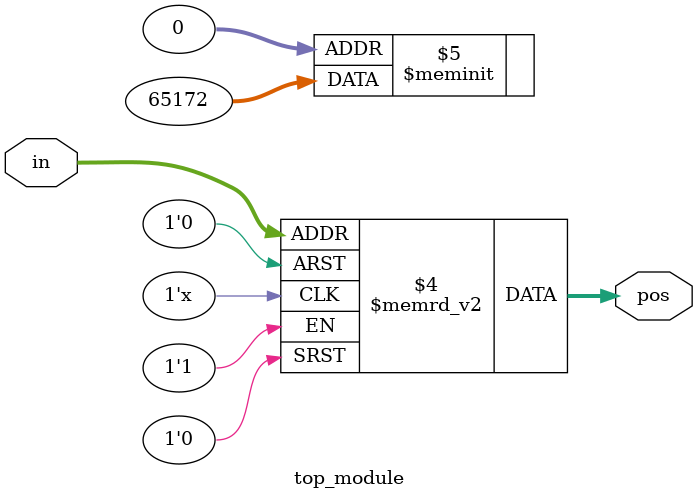
<source format=sv>
module top_module (
	input [3:0] in,
	output reg [1:0] pos
);

always @(*)
begin
	case(in)
		4'b0000: pos = 2'b00;
		4'b0001: pos = 2'b01;
		4'b0010: pos = 2'b01;
		4'b0011: pos = 2'b10;
		4'b0100: pos = 2'b10;
		4'b0101: pos = 2'b11;
		4'b0110: pos = 2'b11;
		4'b0111: pos = 2'b11;
		4'b1000: pos = 2'b00;
		4'b1001: pos = 2'b00;
		4'b1010: pos = 2'b00;
		4'b1011: pos = 2'b00;
		4'b1100: pos = 2'b00;
		4'b1101: pos = 2'b00;
		4'b1110: pos = 2'b00;
		4'b1111: pos = 2'b00;
	endcase
end

endmodule

</source>
